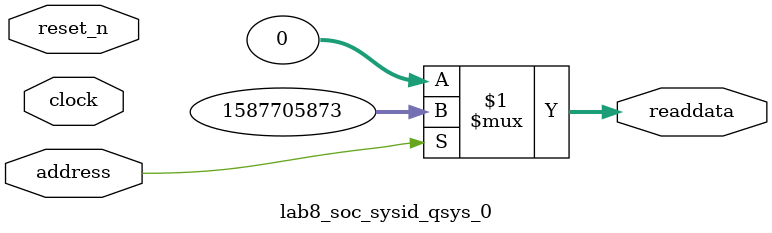
<source format=v>



// synthesis translate_off
`timescale 1ns / 1ps
// synthesis translate_on

// turn off superfluous verilog processor warnings 
// altera message_level Level1 
// altera message_off 10034 10035 10036 10037 10230 10240 10030 

module lab8_soc_sysid_qsys_0 (
               // inputs:
                address,
                clock,
                reset_n,

               // outputs:
                readdata
             )
;

  output  [ 31: 0] readdata;
  input            address;
  input            clock;
  input            reset_n;

  wire    [ 31: 0] readdata;
  //control_slave, which is an e_avalon_slave
  assign readdata = address ? 1587705873 : 0;

endmodule



</source>
